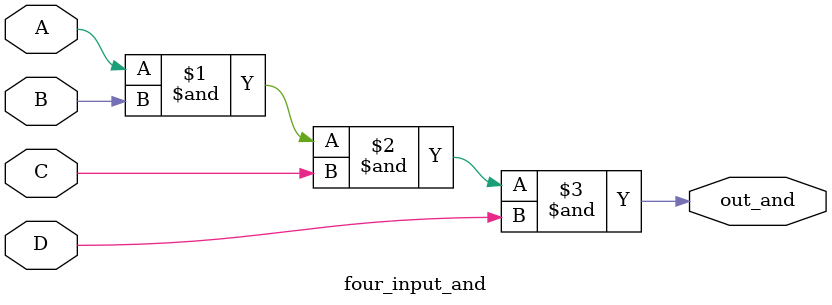
<source format=v>
module four_input_and(input A, B, C, D, output out_and);

    assign out_and = A & B & C & D;

endmodule
</source>
